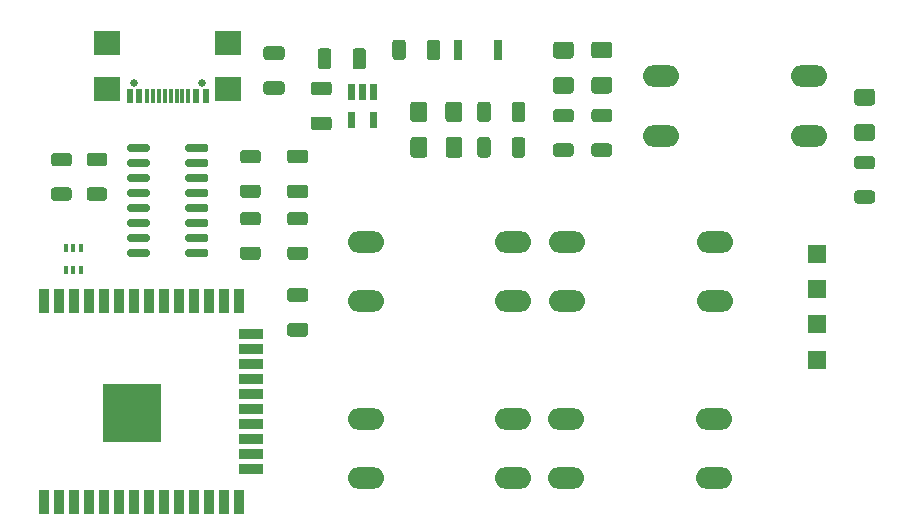
<source format=gts>
G04 #@! TF.GenerationSoftware,KiCad,Pcbnew,(6.0.7)*
G04 #@! TF.CreationDate,2022-09-05T13:32:46-07:00*
G04 #@! TF.ProjectId,ElGato32,456c4761-746f-4333-922e-6b696361645f,rev?*
G04 #@! TF.SameCoordinates,Original*
G04 #@! TF.FileFunction,Soldermask,Top*
G04 #@! TF.FilePolarity,Negative*
%FSLAX46Y46*%
G04 Gerber Fmt 4.6, Leading zero omitted, Abs format (unit mm)*
G04 Created by KiCad (PCBNEW (6.0.7)) date 2022-09-05 13:32:46*
%MOMM*%
%LPD*%
G01*
G04 APERTURE LIST*
%ADD10R,1.500000X1.500000*%
%ADD11R,0.800000X1.700000*%
%ADD12O,3.048000X1.850000*%
%ADD13C,0.650000*%
%ADD14R,0.600000X1.150000*%
%ADD15R,0.300000X1.150000*%
%ADD16R,2.180000X2.000000*%
%ADD17R,0.400000X0.650000*%
%ADD18R,0.900000X2.000000*%
%ADD19R,2.000000X0.900000*%
%ADD20R,5.000000X5.000000*%
G04 APERTURE END LIST*
D10*
X147000000Y-115500000D03*
G36*
G01*
X109192000Y-95140000D02*
X109708000Y-95140000D01*
G75*
G02*
X109750000Y-95182000I0J-42000D01*
G01*
X109750000Y-96448000D01*
G75*
G02*
X109708000Y-96490000I-42000J0D01*
G01*
X109192000Y-96490000D01*
G75*
G02*
X109150000Y-96448000I0J42000D01*
G01*
X109150000Y-95182000D01*
G75*
G02*
X109192000Y-95140000I42000J0D01*
G01*
G37*
G36*
G01*
X108242000Y-95140000D02*
X108758000Y-95140000D01*
G75*
G02*
X108800000Y-95182000I0J-42000D01*
G01*
X108800000Y-96448000D01*
G75*
G02*
X108758000Y-96490000I-42000J0D01*
G01*
X108242000Y-96490000D01*
G75*
G02*
X108200000Y-96448000I0J42000D01*
G01*
X108200000Y-95182000D01*
G75*
G02*
X108242000Y-95140000I42000J0D01*
G01*
G37*
G36*
G01*
X107292000Y-95140000D02*
X107808000Y-95140000D01*
G75*
G02*
X107850000Y-95182000I0J-42000D01*
G01*
X107850000Y-96448000D01*
G75*
G02*
X107808000Y-96490000I-42000J0D01*
G01*
X107292000Y-96490000D01*
G75*
G02*
X107250000Y-96448000I0J42000D01*
G01*
X107250000Y-95182000D01*
G75*
G02*
X107292000Y-95140000I42000J0D01*
G01*
G37*
G36*
G01*
X107292000Y-97510000D02*
X107808000Y-97510000D01*
G75*
G02*
X107850000Y-97552000I0J-42000D01*
G01*
X107850000Y-98818000D01*
G75*
G02*
X107808000Y-98860000I-42000J0D01*
G01*
X107292000Y-98860000D01*
G75*
G02*
X107250000Y-98818000I0J42000D01*
G01*
X107250000Y-97552000D01*
G75*
G02*
X107292000Y-97510000I42000J0D01*
G01*
G37*
G36*
G01*
X109192000Y-97510000D02*
X109708000Y-97510000D01*
G75*
G02*
X109750000Y-97552000I0J-42000D01*
G01*
X109750000Y-98818000D01*
G75*
G02*
X109708000Y-98860000I-42000J0D01*
G01*
X109192000Y-98860000D01*
G75*
G02*
X109150000Y-98818000I0J42000D01*
G01*
X109150000Y-97552000D01*
G75*
G02*
X109192000Y-97510000I42000J0D01*
G01*
G37*
G36*
G01*
X105650000Y-99050000D02*
X104350000Y-99050000D01*
G75*
G02*
X104100000Y-98800000I0J250000D01*
G01*
X104100000Y-98150000D01*
G75*
G02*
X104350000Y-97900000I250000J0D01*
G01*
X105650000Y-97900000D01*
G75*
G02*
X105900000Y-98150000I0J-250000D01*
G01*
X105900000Y-98800000D01*
G75*
G02*
X105650000Y-99050000I-250000J0D01*
G01*
G37*
G36*
G01*
X105650000Y-96100000D02*
X104350000Y-96100000D01*
G75*
G02*
X104100000Y-95850000I0J250000D01*
G01*
X104100000Y-95200000D01*
G75*
G02*
X104350000Y-94950000I250000J0D01*
G01*
X105650000Y-94950000D01*
G75*
G02*
X105900000Y-95200000I0J-250000D01*
G01*
X105900000Y-95850000D01*
G75*
G02*
X105650000Y-96100000I-250000J0D01*
G01*
G37*
G36*
G01*
X150375000Y-101225000D02*
X151625000Y-101225000D01*
G75*
G02*
X151875000Y-101475000I0J-250000D01*
G01*
X151875000Y-102100000D01*
G75*
G02*
X151625000Y-102350000I-250000J0D01*
G01*
X150375000Y-102350000D01*
G75*
G02*
X150125000Y-102100000I0J250000D01*
G01*
X150125000Y-101475000D01*
G75*
G02*
X150375000Y-101225000I250000J0D01*
G01*
G37*
G36*
G01*
X150375000Y-104150000D02*
X151625000Y-104150000D01*
G75*
G02*
X151875000Y-104400000I0J-250000D01*
G01*
X151875000Y-105025000D01*
G75*
G02*
X151625000Y-105275000I-250000J0D01*
G01*
X150375000Y-105275000D01*
G75*
G02*
X150125000Y-105025000I0J250000D01*
G01*
X150125000Y-104400000D01*
G75*
G02*
X150375000Y-104150000I250000J0D01*
G01*
G37*
G36*
G01*
X150375001Y-95550000D02*
X151624999Y-95550000D01*
G75*
G02*
X151875000Y-95800001I0J-250001D01*
G01*
X151875000Y-96724999D01*
G75*
G02*
X151624999Y-96975000I-250001J0D01*
G01*
X150375001Y-96975000D01*
G75*
G02*
X150125000Y-96724999I0J250001D01*
G01*
X150125000Y-95800001D01*
G75*
G02*
X150375001Y-95550000I250001J0D01*
G01*
G37*
G36*
G01*
X150375001Y-98525000D02*
X151624999Y-98525000D01*
G75*
G02*
X151875000Y-98775001I0J-250001D01*
G01*
X151875000Y-99699999D01*
G75*
G02*
X151624999Y-99950000I-250001J0D01*
G01*
X150375001Y-99950000D01*
G75*
G02*
X150125000Y-99699999I0J250001D01*
G01*
X150125000Y-98775001D01*
G75*
G02*
X150375001Y-98525000I250001J0D01*
G01*
G37*
D11*
X120000000Y-92250000D03*
X116600000Y-92250000D03*
D12*
X138330000Y-108500000D03*
X125830000Y-108500000D03*
X125830000Y-113500000D03*
X138330000Y-113500000D03*
G36*
G01*
X86625000Y-105025000D02*
X85375000Y-105025000D01*
G75*
G02*
X85125000Y-104775000I0J250000D01*
G01*
X85125000Y-104150000D01*
G75*
G02*
X85375000Y-103900000I250000J0D01*
G01*
X86625000Y-103900000D01*
G75*
G02*
X86875000Y-104150000I0J-250000D01*
G01*
X86875000Y-104775000D01*
G75*
G02*
X86625000Y-105025000I-250000J0D01*
G01*
G37*
G36*
G01*
X86625000Y-102100000D02*
X85375000Y-102100000D01*
G75*
G02*
X85125000Y-101850000I0J250000D01*
G01*
X85125000Y-101225000D01*
G75*
G02*
X85375000Y-100975000I250000J0D01*
G01*
X86625000Y-100975000D01*
G75*
G02*
X86875000Y-101225000I0J-250000D01*
G01*
X86875000Y-101850000D01*
G75*
G02*
X86625000Y-102100000I-250000J0D01*
G01*
G37*
G36*
G01*
X99625000Y-104775000D02*
X98375000Y-104775000D01*
G75*
G02*
X98125000Y-104525000I0J250000D01*
G01*
X98125000Y-103900000D01*
G75*
G02*
X98375000Y-103650000I250000J0D01*
G01*
X99625000Y-103650000D01*
G75*
G02*
X99875000Y-103900000I0J-250000D01*
G01*
X99875000Y-104525000D01*
G75*
G02*
X99625000Y-104775000I-250000J0D01*
G01*
G37*
G36*
G01*
X99625000Y-101850000D02*
X98375000Y-101850000D01*
G75*
G02*
X98125000Y-101600000I0J250000D01*
G01*
X98125000Y-100975000D01*
G75*
G02*
X98375000Y-100725000I250000J0D01*
G01*
X99625000Y-100725000D01*
G75*
G02*
X99875000Y-100975000I0J-250000D01*
G01*
X99875000Y-101600000D01*
G75*
G02*
X99625000Y-101850000I-250000J0D01*
G01*
G37*
D13*
X94890000Y-95062500D03*
X89110000Y-95062500D03*
D14*
X95200000Y-96137500D03*
X94400000Y-96137500D03*
D15*
X93250000Y-96137500D03*
X92250000Y-96137500D03*
X91750000Y-96137500D03*
X90750000Y-96137500D03*
D14*
X88800000Y-96137500D03*
X89600000Y-96137500D03*
D15*
X90250000Y-96137500D03*
X91250000Y-96137500D03*
X92750000Y-96137500D03*
X93750000Y-96137500D03*
D16*
X97110000Y-95562500D03*
X86890000Y-95562500D03*
X97110000Y-91632500D03*
X86890000Y-91632500D03*
G36*
G01*
X104700000Y-93650000D02*
X104700000Y-92350000D01*
G75*
G02*
X104950000Y-92100000I250000J0D01*
G01*
X105600000Y-92100000D01*
G75*
G02*
X105850000Y-92350000I0J-250000D01*
G01*
X105850000Y-93650000D01*
G75*
G02*
X105600000Y-93900000I-250000J0D01*
G01*
X104950000Y-93900000D01*
G75*
G02*
X104700000Y-93650000I0J250000D01*
G01*
G37*
G36*
G01*
X107650000Y-93650000D02*
X107650000Y-92350000D01*
G75*
G02*
X107900000Y-92100000I250000J0D01*
G01*
X108550000Y-92100000D01*
G75*
G02*
X108800000Y-92350000I0J-250000D01*
G01*
X108800000Y-93650000D01*
G75*
G02*
X108550000Y-93900000I-250000J0D01*
G01*
X107900000Y-93900000D01*
G75*
G02*
X107650000Y-93650000I0J250000D01*
G01*
G37*
D12*
X108760000Y-123500000D03*
X121260000Y-123500000D03*
X121260000Y-128500000D03*
X108760000Y-128500000D03*
G36*
G01*
X95450000Y-109295000D02*
X95450000Y-109595000D01*
G75*
G02*
X95300000Y-109745000I-150000J0D01*
G01*
X93650000Y-109745000D01*
G75*
G02*
X93500000Y-109595000I0J150000D01*
G01*
X93500000Y-109295000D01*
G75*
G02*
X93650000Y-109145000I150000J0D01*
G01*
X95300000Y-109145000D01*
G75*
G02*
X95450000Y-109295000I0J-150000D01*
G01*
G37*
G36*
G01*
X95450000Y-108025000D02*
X95450000Y-108325000D01*
G75*
G02*
X95300000Y-108475000I-150000J0D01*
G01*
X93650000Y-108475000D01*
G75*
G02*
X93500000Y-108325000I0J150000D01*
G01*
X93500000Y-108025000D01*
G75*
G02*
X93650000Y-107875000I150000J0D01*
G01*
X95300000Y-107875000D01*
G75*
G02*
X95450000Y-108025000I0J-150000D01*
G01*
G37*
G36*
G01*
X95450000Y-106755000D02*
X95450000Y-107055000D01*
G75*
G02*
X95300000Y-107205000I-150000J0D01*
G01*
X93650000Y-107205000D01*
G75*
G02*
X93500000Y-107055000I0J150000D01*
G01*
X93500000Y-106755000D01*
G75*
G02*
X93650000Y-106605000I150000J0D01*
G01*
X95300000Y-106605000D01*
G75*
G02*
X95450000Y-106755000I0J-150000D01*
G01*
G37*
G36*
G01*
X95450000Y-105485000D02*
X95450000Y-105785000D01*
G75*
G02*
X95300000Y-105935000I-150000J0D01*
G01*
X93650000Y-105935000D01*
G75*
G02*
X93500000Y-105785000I0J150000D01*
G01*
X93500000Y-105485000D01*
G75*
G02*
X93650000Y-105335000I150000J0D01*
G01*
X95300000Y-105335000D01*
G75*
G02*
X95450000Y-105485000I0J-150000D01*
G01*
G37*
G36*
G01*
X95450000Y-104215000D02*
X95450000Y-104515000D01*
G75*
G02*
X95300000Y-104665000I-150000J0D01*
G01*
X93650000Y-104665000D01*
G75*
G02*
X93500000Y-104515000I0J150000D01*
G01*
X93500000Y-104215000D01*
G75*
G02*
X93650000Y-104065000I150000J0D01*
G01*
X95300000Y-104065000D01*
G75*
G02*
X95450000Y-104215000I0J-150000D01*
G01*
G37*
G36*
G01*
X95450000Y-102945000D02*
X95450000Y-103245000D01*
G75*
G02*
X95300000Y-103395000I-150000J0D01*
G01*
X93650000Y-103395000D01*
G75*
G02*
X93500000Y-103245000I0J150000D01*
G01*
X93500000Y-102945000D01*
G75*
G02*
X93650000Y-102795000I150000J0D01*
G01*
X95300000Y-102795000D01*
G75*
G02*
X95450000Y-102945000I0J-150000D01*
G01*
G37*
G36*
G01*
X95450000Y-101675000D02*
X95450000Y-101975000D01*
G75*
G02*
X95300000Y-102125000I-150000J0D01*
G01*
X93650000Y-102125000D01*
G75*
G02*
X93500000Y-101975000I0J150000D01*
G01*
X93500000Y-101675000D01*
G75*
G02*
X93650000Y-101525000I150000J0D01*
G01*
X95300000Y-101525000D01*
G75*
G02*
X95450000Y-101675000I0J-150000D01*
G01*
G37*
G36*
G01*
X95450000Y-100405000D02*
X95450000Y-100705000D01*
G75*
G02*
X95300000Y-100855000I-150000J0D01*
G01*
X93650000Y-100855000D01*
G75*
G02*
X93500000Y-100705000I0J150000D01*
G01*
X93500000Y-100405000D01*
G75*
G02*
X93650000Y-100255000I150000J0D01*
G01*
X95300000Y-100255000D01*
G75*
G02*
X95450000Y-100405000I0J-150000D01*
G01*
G37*
G36*
G01*
X90500000Y-100405000D02*
X90500000Y-100705000D01*
G75*
G02*
X90350000Y-100855000I-150000J0D01*
G01*
X88700000Y-100855000D01*
G75*
G02*
X88550000Y-100705000I0J150000D01*
G01*
X88550000Y-100405000D01*
G75*
G02*
X88700000Y-100255000I150000J0D01*
G01*
X90350000Y-100255000D01*
G75*
G02*
X90500000Y-100405000I0J-150000D01*
G01*
G37*
G36*
G01*
X90500000Y-101675000D02*
X90500000Y-101975000D01*
G75*
G02*
X90350000Y-102125000I-150000J0D01*
G01*
X88700000Y-102125000D01*
G75*
G02*
X88550000Y-101975000I0J150000D01*
G01*
X88550000Y-101675000D01*
G75*
G02*
X88700000Y-101525000I150000J0D01*
G01*
X90350000Y-101525000D01*
G75*
G02*
X90500000Y-101675000I0J-150000D01*
G01*
G37*
G36*
G01*
X90500000Y-102945000D02*
X90500000Y-103245000D01*
G75*
G02*
X90350000Y-103395000I-150000J0D01*
G01*
X88700000Y-103395000D01*
G75*
G02*
X88550000Y-103245000I0J150000D01*
G01*
X88550000Y-102945000D01*
G75*
G02*
X88700000Y-102795000I150000J0D01*
G01*
X90350000Y-102795000D01*
G75*
G02*
X90500000Y-102945000I0J-150000D01*
G01*
G37*
G36*
G01*
X90500000Y-104215000D02*
X90500000Y-104515000D01*
G75*
G02*
X90350000Y-104665000I-150000J0D01*
G01*
X88700000Y-104665000D01*
G75*
G02*
X88550000Y-104515000I0J150000D01*
G01*
X88550000Y-104215000D01*
G75*
G02*
X88700000Y-104065000I150000J0D01*
G01*
X90350000Y-104065000D01*
G75*
G02*
X90500000Y-104215000I0J-150000D01*
G01*
G37*
G36*
G01*
X90500000Y-105485000D02*
X90500000Y-105785000D01*
G75*
G02*
X90350000Y-105935000I-150000J0D01*
G01*
X88700000Y-105935000D01*
G75*
G02*
X88550000Y-105785000I0J150000D01*
G01*
X88550000Y-105485000D01*
G75*
G02*
X88700000Y-105335000I150000J0D01*
G01*
X90350000Y-105335000D01*
G75*
G02*
X90500000Y-105485000I0J-150000D01*
G01*
G37*
G36*
G01*
X90500000Y-106755000D02*
X90500000Y-107055000D01*
G75*
G02*
X90350000Y-107205000I-150000J0D01*
G01*
X88700000Y-107205000D01*
G75*
G02*
X88550000Y-107055000I0J150000D01*
G01*
X88550000Y-106755000D01*
G75*
G02*
X88700000Y-106605000I150000J0D01*
G01*
X90350000Y-106605000D01*
G75*
G02*
X90500000Y-106755000I0J-150000D01*
G01*
G37*
G36*
G01*
X90500000Y-108025000D02*
X90500000Y-108325000D01*
G75*
G02*
X90350000Y-108475000I-150000J0D01*
G01*
X88700000Y-108475000D01*
G75*
G02*
X88550000Y-108325000I0J150000D01*
G01*
X88550000Y-108025000D01*
G75*
G02*
X88700000Y-107875000I150000J0D01*
G01*
X90350000Y-107875000D01*
G75*
G02*
X90500000Y-108025000I0J-150000D01*
G01*
G37*
G36*
G01*
X90500000Y-109295000D02*
X90500000Y-109595000D01*
G75*
G02*
X90350000Y-109745000I-150000J0D01*
G01*
X88700000Y-109745000D01*
G75*
G02*
X88550000Y-109595000I0J150000D01*
G01*
X88550000Y-109295000D01*
G75*
G02*
X88700000Y-109145000I150000J0D01*
G01*
X90350000Y-109145000D01*
G75*
G02*
X90500000Y-109295000I0J-150000D01*
G01*
G37*
G36*
G01*
X115075000Y-91625000D02*
X115075000Y-92875000D01*
G75*
G02*
X114825000Y-93125000I-250000J0D01*
G01*
X114200000Y-93125000D01*
G75*
G02*
X113950000Y-92875000I0J250000D01*
G01*
X113950000Y-91625000D01*
G75*
G02*
X114200000Y-91375000I250000J0D01*
G01*
X114825000Y-91375000D01*
G75*
G02*
X115075000Y-91625000I0J-250000D01*
G01*
G37*
G36*
G01*
X112150000Y-91625000D02*
X112150000Y-92875000D01*
G75*
G02*
X111900000Y-93125000I-250000J0D01*
G01*
X111275000Y-93125000D01*
G75*
G02*
X111025000Y-92875000I0J250000D01*
G01*
X111025000Y-91625000D01*
G75*
G02*
X111275000Y-91375000I250000J0D01*
G01*
X111900000Y-91375000D01*
G75*
G02*
X112150000Y-91625000I0J-250000D01*
G01*
G37*
X138260000Y-123500000D03*
X125760000Y-123500000D03*
X138260000Y-128500000D03*
X125760000Y-128500000D03*
X121260000Y-108500000D03*
X108760000Y-108500000D03*
X121260000Y-113500000D03*
X108760000Y-113500000D03*
D10*
X147000000Y-118500000D03*
D17*
X83350000Y-110900000D03*
X84000000Y-110900000D03*
X84650000Y-110900000D03*
X84650000Y-109000000D03*
X84000000Y-109000000D03*
X83350000Y-109000000D03*
G36*
G01*
X128125000Y-97250000D02*
X129375000Y-97250000D01*
G75*
G02*
X129625000Y-97500000I0J-250000D01*
G01*
X129625000Y-98125000D01*
G75*
G02*
X129375000Y-98375000I-250000J0D01*
G01*
X128125000Y-98375000D01*
G75*
G02*
X127875000Y-98125000I0J250000D01*
G01*
X127875000Y-97500000D01*
G75*
G02*
X128125000Y-97250000I250000J0D01*
G01*
G37*
G36*
G01*
X128125000Y-100175000D02*
X129375000Y-100175000D01*
G75*
G02*
X129625000Y-100425000I0J-250000D01*
G01*
X129625000Y-101050000D01*
G75*
G02*
X129375000Y-101300000I-250000J0D01*
G01*
X128125000Y-101300000D01*
G75*
G02*
X127875000Y-101050000I0J250000D01*
G01*
X127875000Y-100425000D01*
G75*
G02*
X128125000Y-100175000I250000J0D01*
G01*
G37*
G36*
G01*
X103650000Y-104800000D02*
X102350000Y-104800000D01*
G75*
G02*
X102100000Y-104550000I0J250000D01*
G01*
X102100000Y-103900000D01*
G75*
G02*
X102350000Y-103650000I250000J0D01*
G01*
X103650000Y-103650000D01*
G75*
G02*
X103900000Y-103900000I0J-250000D01*
G01*
X103900000Y-104550000D01*
G75*
G02*
X103650000Y-104800000I-250000J0D01*
G01*
G37*
G36*
G01*
X103650000Y-101850000D02*
X102350000Y-101850000D01*
G75*
G02*
X102100000Y-101600000I0J250000D01*
G01*
X102100000Y-100950000D01*
G75*
G02*
X102350000Y-100700000I250000J0D01*
G01*
X103650000Y-100700000D01*
G75*
G02*
X103900000Y-100950000I0J-250000D01*
G01*
X103900000Y-101600000D01*
G75*
G02*
X103650000Y-101850000I-250000J0D01*
G01*
G37*
D18*
X81500000Y-130500000D03*
X82770000Y-130500000D03*
X84040000Y-130500000D03*
X85310000Y-130500000D03*
X86580000Y-130500000D03*
X87850000Y-130500000D03*
X89120000Y-130500000D03*
X90390000Y-130500000D03*
X91660000Y-130500000D03*
X92930000Y-130500000D03*
X94200000Y-130500000D03*
X95470000Y-130500000D03*
X96740000Y-130500000D03*
X98010000Y-130500000D03*
D19*
X99010000Y-127715000D03*
X99010000Y-126445000D03*
X99010000Y-125175000D03*
X99010000Y-123905000D03*
X99010000Y-122635000D03*
X99010000Y-121365000D03*
X99010000Y-120095000D03*
X99010000Y-118825000D03*
X99010000Y-117555000D03*
X99010000Y-116285000D03*
D18*
X98010000Y-113500000D03*
X96740000Y-113500000D03*
X95470000Y-113500000D03*
X94200000Y-113500000D03*
X92930000Y-113500000D03*
X91660000Y-113500000D03*
X90390000Y-113500000D03*
X89120000Y-113500000D03*
X87850000Y-113500000D03*
X86580000Y-113500000D03*
X85310000Y-113500000D03*
X84040000Y-113500000D03*
X82770000Y-113500000D03*
X81500000Y-113500000D03*
D20*
X89000000Y-123000000D03*
G36*
G01*
X124875001Y-91562500D02*
X126124999Y-91562500D01*
G75*
G02*
X126375000Y-91812501I0J-250001D01*
G01*
X126375000Y-92737499D01*
G75*
G02*
X126124999Y-92987500I-250001J0D01*
G01*
X124875001Y-92987500D01*
G75*
G02*
X124625000Y-92737499I0J250001D01*
G01*
X124625000Y-91812501D01*
G75*
G02*
X124875001Y-91562500I250001J0D01*
G01*
G37*
G36*
G01*
X124875001Y-94537500D02*
X126124999Y-94537500D01*
G75*
G02*
X126375000Y-94787501I0J-250001D01*
G01*
X126375000Y-95712499D01*
G75*
G02*
X126124999Y-95962500I-250001J0D01*
G01*
X124875001Y-95962500D01*
G75*
G02*
X124625000Y-95712499I0J250001D01*
G01*
X124625000Y-94787501D01*
G75*
G02*
X124875001Y-94537500I250001J0D01*
G01*
G37*
G36*
G01*
X124875000Y-97250000D02*
X126125000Y-97250000D01*
G75*
G02*
X126375000Y-97500000I0J-250000D01*
G01*
X126375000Y-98125000D01*
G75*
G02*
X126125000Y-98375000I-250000J0D01*
G01*
X124875000Y-98375000D01*
G75*
G02*
X124625000Y-98125000I0J250000D01*
G01*
X124625000Y-97500000D01*
G75*
G02*
X124875000Y-97250000I250000J0D01*
G01*
G37*
G36*
G01*
X124875000Y-100175000D02*
X126125000Y-100175000D01*
G75*
G02*
X126375000Y-100425000I0J-250000D01*
G01*
X126375000Y-101050000D01*
G75*
G02*
X126125000Y-101300000I-250000J0D01*
G01*
X124875000Y-101300000D01*
G75*
G02*
X124625000Y-101050000I0J250000D01*
G01*
X124625000Y-100425000D01*
G75*
G02*
X124875000Y-100175000I250000J0D01*
G01*
G37*
G36*
G01*
X112550000Y-101124999D02*
X112550000Y-99875001D01*
G75*
G02*
X112800001Y-99625000I250001J0D01*
G01*
X113724999Y-99625000D01*
G75*
G02*
X113975000Y-99875001I0J-250001D01*
G01*
X113975000Y-101124999D01*
G75*
G02*
X113724999Y-101375000I-250001J0D01*
G01*
X112800001Y-101375000D01*
G75*
G02*
X112550000Y-101124999I0J250001D01*
G01*
G37*
G36*
G01*
X115525000Y-101124999D02*
X115525000Y-99875001D01*
G75*
G02*
X115775001Y-99625000I250001J0D01*
G01*
X116699999Y-99625000D01*
G75*
G02*
X116950000Y-99875001I0J-250001D01*
G01*
X116950000Y-101124999D01*
G75*
G02*
X116699999Y-101375000I-250001J0D01*
G01*
X115775001Y-101375000D01*
G75*
G02*
X115525000Y-101124999I0J250001D01*
G01*
G37*
G36*
G01*
X101650000Y-96050000D02*
X100350000Y-96050000D01*
G75*
G02*
X100100000Y-95800000I0J250000D01*
G01*
X100100000Y-95150000D01*
G75*
G02*
X100350000Y-94900000I250000J0D01*
G01*
X101650000Y-94900000D01*
G75*
G02*
X101900000Y-95150000I0J-250000D01*
G01*
X101900000Y-95800000D01*
G75*
G02*
X101650000Y-96050000I-250000J0D01*
G01*
G37*
G36*
G01*
X101650000Y-93100000D02*
X100350000Y-93100000D01*
G75*
G02*
X100100000Y-92850000I0J250000D01*
G01*
X100100000Y-92200000D01*
G75*
G02*
X100350000Y-91950000I250000J0D01*
G01*
X101650000Y-91950000D01*
G75*
G02*
X101900000Y-92200000I0J-250000D01*
G01*
X101900000Y-92850000D01*
G75*
G02*
X101650000Y-93100000I-250000J0D01*
G01*
G37*
G36*
G01*
X82375000Y-100975000D02*
X83625000Y-100975000D01*
G75*
G02*
X83875000Y-101225000I0J-250000D01*
G01*
X83875000Y-101850000D01*
G75*
G02*
X83625000Y-102100000I-250000J0D01*
G01*
X82375000Y-102100000D01*
G75*
G02*
X82125000Y-101850000I0J250000D01*
G01*
X82125000Y-101225000D01*
G75*
G02*
X82375000Y-100975000I250000J0D01*
G01*
G37*
G36*
G01*
X82375000Y-103900000D02*
X83625000Y-103900000D01*
G75*
G02*
X83875000Y-104150000I0J-250000D01*
G01*
X83875000Y-104775000D01*
G75*
G02*
X83625000Y-105025000I-250000J0D01*
G01*
X82375000Y-105025000D01*
G75*
G02*
X82125000Y-104775000I0J250000D01*
G01*
X82125000Y-104150000D01*
G75*
G02*
X82375000Y-103900000I250000J0D01*
G01*
G37*
G36*
G01*
X128125001Y-91550000D02*
X129374999Y-91550000D01*
G75*
G02*
X129625000Y-91800001I0J-250001D01*
G01*
X129625000Y-92724999D01*
G75*
G02*
X129374999Y-92975000I-250001J0D01*
G01*
X128125001Y-92975000D01*
G75*
G02*
X127875000Y-92724999I0J250001D01*
G01*
X127875000Y-91800001D01*
G75*
G02*
X128125001Y-91550000I250001J0D01*
G01*
G37*
G36*
G01*
X128125001Y-94525000D02*
X129374999Y-94525000D01*
G75*
G02*
X129625000Y-94775001I0J-250001D01*
G01*
X129625000Y-95699999D01*
G75*
G02*
X129374999Y-95950000I-250001J0D01*
G01*
X128125001Y-95950000D01*
G75*
G02*
X127875000Y-95699999I0J250001D01*
G01*
X127875000Y-94775001D01*
G75*
G02*
X128125001Y-94525000I250001J0D01*
G01*
G37*
D10*
X147000000Y-112500000D03*
X147000000Y-109500000D03*
G36*
G01*
X118212500Y-101125000D02*
X118212500Y-99875000D01*
G75*
G02*
X118462500Y-99625000I250000J0D01*
G01*
X119087500Y-99625000D01*
G75*
G02*
X119337500Y-99875000I0J-250000D01*
G01*
X119337500Y-101125000D01*
G75*
G02*
X119087500Y-101375000I-250000J0D01*
G01*
X118462500Y-101375000D01*
G75*
G02*
X118212500Y-101125000I0J250000D01*
G01*
G37*
G36*
G01*
X121137500Y-101125000D02*
X121137500Y-99875000D01*
G75*
G02*
X121387500Y-99625000I250000J0D01*
G01*
X122012500Y-99625000D01*
G75*
G02*
X122262500Y-99875000I0J-250000D01*
G01*
X122262500Y-101125000D01*
G75*
G02*
X122012500Y-101375000I-250000J0D01*
G01*
X121387500Y-101375000D01*
G75*
G02*
X121137500Y-101125000I0J250000D01*
G01*
G37*
G36*
G01*
X98375000Y-105975000D02*
X99625000Y-105975000D01*
G75*
G02*
X99875000Y-106225000I0J-250000D01*
G01*
X99875000Y-106850000D01*
G75*
G02*
X99625000Y-107100000I-250000J0D01*
G01*
X98375000Y-107100000D01*
G75*
G02*
X98125000Y-106850000I0J250000D01*
G01*
X98125000Y-106225000D01*
G75*
G02*
X98375000Y-105975000I250000J0D01*
G01*
G37*
G36*
G01*
X98375000Y-108900000D02*
X99625000Y-108900000D01*
G75*
G02*
X99875000Y-109150000I0J-250000D01*
G01*
X99875000Y-109775000D01*
G75*
G02*
X99625000Y-110025000I-250000J0D01*
G01*
X98375000Y-110025000D01*
G75*
G02*
X98125000Y-109775000I0J250000D01*
G01*
X98125000Y-109150000D01*
G75*
G02*
X98375000Y-108900000I250000J0D01*
G01*
G37*
D12*
X133760000Y-94500000D03*
X146260000Y-94500000D03*
X146260000Y-99500000D03*
X133760000Y-99500000D03*
G36*
G01*
X102375000Y-105975000D02*
X103625000Y-105975000D01*
G75*
G02*
X103875000Y-106225000I0J-250000D01*
G01*
X103875000Y-106850000D01*
G75*
G02*
X103625000Y-107100000I-250000J0D01*
G01*
X102375000Y-107100000D01*
G75*
G02*
X102125000Y-106850000I0J250000D01*
G01*
X102125000Y-106225000D01*
G75*
G02*
X102375000Y-105975000I250000J0D01*
G01*
G37*
G36*
G01*
X102375000Y-108900000D02*
X103625000Y-108900000D01*
G75*
G02*
X103875000Y-109150000I0J-250000D01*
G01*
X103875000Y-109775000D01*
G75*
G02*
X103625000Y-110025000I-250000J0D01*
G01*
X102375000Y-110025000D01*
G75*
G02*
X102125000Y-109775000I0J250000D01*
G01*
X102125000Y-109150000D01*
G75*
G02*
X102375000Y-108900000I250000J0D01*
G01*
G37*
G36*
G01*
X102350000Y-112425000D02*
X103650000Y-112425000D01*
G75*
G02*
X103900000Y-112675000I0J-250000D01*
G01*
X103900000Y-113325000D01*
G75*
G02*
X103650000Y-113575000I-250000J0D01*
G01*
X102350000Y-113575000D01*
G75*
G02*
X102100000Y-113325000I0J250000D01*
G01*
X102100000Y-112675000D01*
G75*
G02*
X102350000Y-112425000I250000J0D01*
G01*
G37*
G36*
G01*
X102350000Y-115375000D02*
X103650000Y-115375000D01*
G75*
G02*
X103900000Y-115625000I0J-250000D01*
G01*
X103900000Y-116275000D01*
G75*
G02*
X103650000Y-116525000I-250000J0D01*
G01*
X102350000Y-116525000D01*
G75*
G02*
X102100000Y-116275000I0J250000D01*
G01*
X102100000Y-115625000D01*
G75*
G02*
X102350000Y-115375000I250000J0D01*
G01*
G37*
G36*
G01*
X118212500Y-98125000D02*
X118212500Y-96875000D01*
G75*
G02*
X118462500Y-96625000I250000J0D01*
G01*
X119087500Y-96625000D01*
G75*
G02*
X119337500Y-96875000I0J-250000D01*
G01*
X119337500Y-98125000D01*
G75*
G02*
X119087500Y-98375000I-250000J0D01*
G01*
X118462500Y-98375000D01*
G75*
G02*
X118212500Y-98125000I0J250000D01*
G01*
G37*
G36*
G01*
X121137500Y-98125000D02*
X121137500Y-96875000D01*
G75*
G02*
X121387500Y-96625000I250000J0D01*
G01*
X122012500Y-96625000D01*
G75*
G02*
X122262500Y-96875000I0J-250000D01*
G01*
X122262500Y-98125000D01*
G75*
G02*
X122012500Y-98375000I-250000J0D01*
G01*
X121387500Y-98375000D01*
G75*
G02*
X121137500Y-98125000I0J250000D01*
G01*
G37*
G36*
G01*
X112537500Y-98124999D02*
X112537500Y-96875001D01*
G75*
G02*
X112787501Y-96625000I250001J0D01*
G01*
X113712499Y-96625000D01*
G75*
G02*
X113962500Y-96875001I0J-250001D01*
G01*
X113962500Y-98124999D01*
G75*
G02*
X113712499Y-98375000I-250001J0D01*
G01*
X112787501Y-98375000D01*
G75*
G02*
X112537500Y-98124999I0J250001D01*
G01*
G37*
G36*
G01*
X115512500Y-98124999D02*
X115512500Y-96875001D01*
G75*
G02*
X115762501Y-96625000I250001J0D01*
G01*
X116687499Y-96625000D01*
G75*
G02*
X116937500Y-96875001I0J-250001D01*
G01*
X116937500Y-98124999D01*
G75*
G02*
X116687499Y-98375000I-250001J0D01*
G01*
X115762501Y-98375000D01*
G75*
G02*
X115512500Y-98124999I0J250001D01*
G01*
G37*
M02*

</source>
